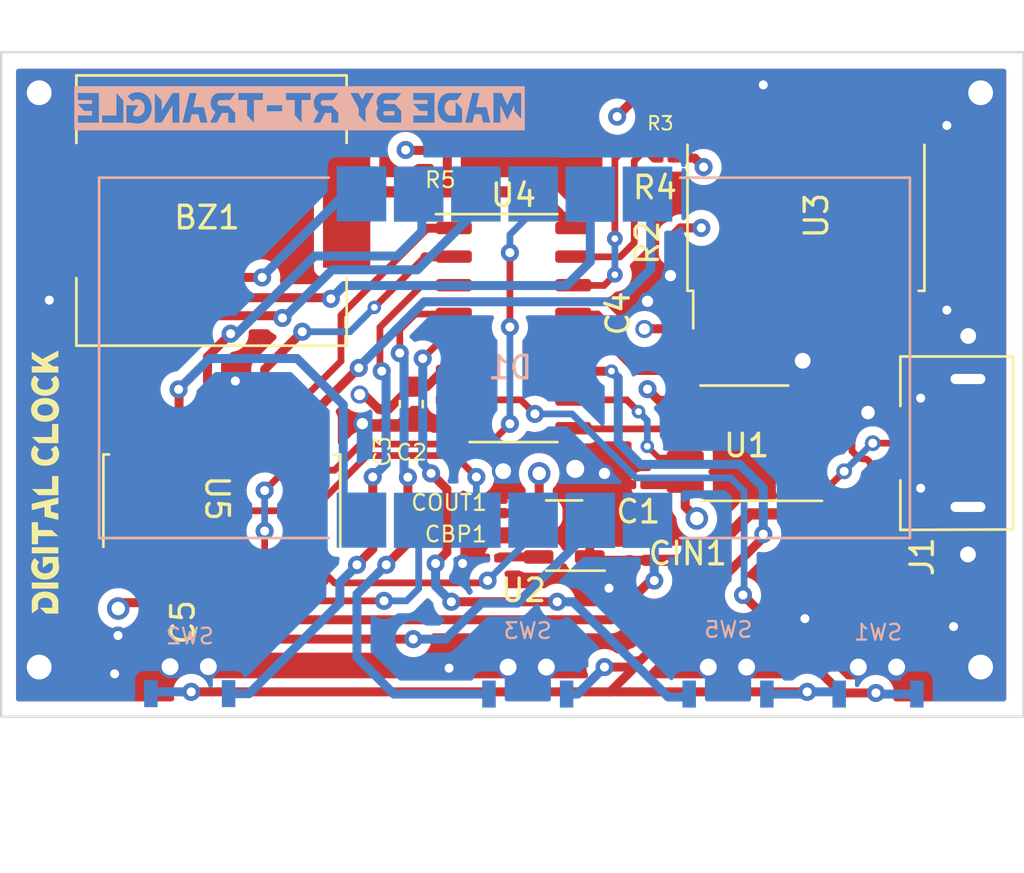
<source format=kicad_pcb>
(kicad_pcb (version 20211014) (generator pcbnew)
  (title_block (title "Digital  Clock") (date "2022-08-19") (rev "第七次修订") (company "Rt-trangel"))
  (layers (0 "F.Cu" signal) (1 "In1.Cu" power "GND.Cu") (2 "In2.Cu" power "POWER.Cu") (31 "B.Cu" signal) (34 "B.Paste" user) (35 "F.Paste" user) (36 "B.SilkS" user "B.Silkscreen") (37 "F.SilkS" user "F.Silkscreen") (38 "B.Mask" user) (39 "F.Mask" user) (44 "Edge.Cuts" user))
  (net 0 "")
  (net 1 "/P1.1")
  (net 2 "GND")
  (net 3 "VCC")
  (net 4 "Net-(CBP1-Pad1)")
  (net 5 "Net-(CIN1-Pad2)")
  (net 6 "/DIG1")
  (net 7 "/DIG4")
  (net 8 "/DIG2")
  (net 9 "/DIG3")
  (net 10 "/A")
  (net 11 "/B")
  (net 12 "/C")
  (net 13 "/D")
  (net 14 "/E")
  (net 15 "/F")
  (net 16 "/G")
  (net 17 "/DP")
  (net 18 "/UD-")
  (net 19 "/UD+")
  (net 20 "/~{INT2}")
  (net 21 "/P3.7")
  (net 22 "/P1.0")
  (net 23 "/P3.2")
  (net 24 "/P1.4")
  (net 25 "/P1.5")
  (net 26 "/P5.4")
  (net 27 "/RX")
  (net 28 "/TX")
  (net 29 "/P3.3")
  (net 30 "/P1.2")
  (net 31 "/P1.3")
  (net 32 "/P5.5")
  (footprint "Resistor_SMD:R_0201_0603Metric" (layer "F.Cu") (at 71.87 21.46)
    (fp_text reference "R3")
    (fp_text value "10K")
  )
  (footprint "Digital Clock:Buzzer1230" (layer "F.Cu") (at 52.75 30.93)
    (fp_text reference "BZ1")
    (fp_text value "Buzzer")
  )
  (footprint "Capacitor_SMD:C_0201_0603Metric" (layer "F.Cu") (at 50.01 44.16 -90)
    (fp_text reference "C5")
    (fp_text value "104")
  )
  (footprint "Capacitor_SMD:C_0201_0603Metric" (layer "F.Cu") (at 73.1 31.36 90)
    (fp_text reference "C4")
    (fp_text value "1uF")
  )
  (footprint "Capacitor_SMD:C_0201_0603Metric" (layer "F.Cu") (at 65.21 41.86 180)
    (fp_text reference "CBP1")
    (fp_text value "0.01uF")
  )
  (footprint "Package_TO_SOT_SMD:SOT-23-5" (layer "F.Cu") (at 68.41 40.86 180)
    (fp_text reference "U2")
    (fp_text value "SGM2028")
  )
  (footprint "Capacitor_SMD:C_0603_1608Metric" (layer "F.Cu") (at 61.62 35.025 90)
    (fp_text reference "C2")
    (fp_text value "47uF")
  )
  (footprint "Digital Clock:TM1650" (layer "F.Cu") (at 56.01 38.26 -90)
    (fp_text reference "U5")
    (fp_text value "TM1650")
  )
  (footprint "LOGO" (layer "F.Cu") (at 45.38 38.47 90)
    (fp_text reference "G2" hide)
    (fp_text value "LOGO" hide)
  )
  (footprint "Capacitor_SMD:C_0201_0603Metric" (layer "F.Cu") (at 65.7 39.545 -90)
    (fp_text reference "COUT1")
    (fp_text value "1uF")
  )
  (footprint "Resistor_SMD:R_0201_0603Metric" (layer "F.Cu") (at 72.91 24.1)
    (fp_text reference "R4")
    (fp_text value "10K")
  )
  (footprint "Digital Clock:USB" (layer "F.Cu") (at 86.2775 36.88 90)
    (fp_text reference "J1")
    (fp_text value "USB_B_Micro")
  )
  (footprint "Package_SO:STC_SOP-16_3.9x9.9mm_P1.27mm" (layer "F.Cu") (at 66.16 31.65)
    (fp_text reference "U4")
    (fp_text value "STC15W207S")
  )
  (footprint "Resistor_SMD:R_0201_0603Metric" (layer "F.Cu") (at 62.93 23.76)
    (fp_text reference "R5")
    (fp_text value "1650R")
  )
  (footprint "Capacitor_SMD:C_0201_0603Metric" (layer "F.Cu") (at 71.7 38.6 180)
    (fp_text reference "C1")
    (fp_text value "104")
  )
  (footprint "Capacitor_SMD:C_0201_0603Metric" (layer "F.Cu") (at 71.31 42.28 90)
    (fp_text reference "CIN1")
    (fp_text value "1uF")
  )
  (footprint "Package_SO:SOP-8_3.9x4.9mm_P1.27mm" (layer "F.Cu") (at 76.41 36.76 180)
    (fp_text reference "U1")
    (fp_text value "CH340N")
  )
  (footprint "Digital Clock:DS3231" (layer "F.Cu") (at 78.51 26.56 90)
    (fp_text reference "U3")
    (fp_text value "DS3231")
  )
  (footprint "Capacitor_SMD:C_0201_0603Metric" (layer "F.Cu") (at 60.37 35.575 90)
    (fp_text reference "C3")
    (fp_text value "0.1uF")
  )
  (footprint "Resistor_SMD:R_0201_0603Metric" (layer "F.Cu") (at 73.21 27.88 -90)
    (fp_text reference "R2")
    (fp_text value "10K")
  )
  (footprint "Digital Clock:Switch" (layer "B.Cu") (at 51.7 46.7 180)
    (fp_text reference "SW2")
    (fp_text value "SW_Push")
  )
  (footprint "Digital Clock:Switch" (layer "B.Cu") (at 75.6 46.72 180)
    (fp_text reference "SW5")
    (fp_text value "SW_Push")
  )
  (footprint "Digital Clock:Digital_tube" (layer "B.Cu") (at 67.56 26.49 180)
    (fp_text reference "D1")
    (fp_text value "Digital_tube")
  )
  (footprint "Digital Clock:Switch" (layer "B.Cu") (at 82.26 46.72 180)
    (fp_text reference "SW1")
    (fp_text value "SW_Push")
  )
  (footprint "Digital Clock:Switch" (layer "B.Cu") (at 66.71 46.72 180)
    (fp_text reference "SW3")
    (fp_text value "SW_Push")
  )
  (footprint "LOGO" (layer "B.Cu") (at 56.66 21.89 180)
    (fp_text reference "G1" hide)
    (fp_text value "LOGO" hide)
  )
  (gr_rect (start 43.41 19.4) (end 88.8 48.9) (layer "Edge.Cuts") (width 0.1) (fill none))
  (segment (start 58.4225 26.3475) (end 59.17 25.6) (width 0.5) (layer "F.Cu") (net 1))
  (segment (start 63.22 24) (end 63.22 25.575) (width 0.4) (layer "F.Cu") (net 1))
  (segment (start 68.71 27.11) (end 68.71 27.215) (width 0.5) (layer "F.Cu") (net 1))
  (segment (start 59.17 25.6) (end 67.2 25.6) (width 0.5) (layer "F.Cu") (net 1))
  (segment (start 67.2 25.6) (end 68.71 27.11) (width 0.5) (layer "F.Cu") (net 1))
  (segment (start 73.1 29.35) (end 73.13 29.32) (width 0.4) (layer "F.Cu") (net 2))
  (segment (start 69.5475 39.1475) (end 69.5475 39.91) (width 0.4) (layer "F.Cu") (net 2))
  (segment (start 83.6775 35.46) (end 83.6775 36.11) (width 0.4) (layer "F.Cu") (net 2))
  (segment (start 61.525 35.895) (end 61.62 35.8) (width 0.4) (layer "F.Cu") (net 2))
  (segment (start 79 33.1) (end 79.035 33.135) (width 0.4) (layer "F.Cu") (net 2))
  (segment (start 77.25 20.85) (end 77.245 20.855) (width 0.4) (layer "F.Cu") (net 2))
  (segment (start 85.4875 34.76) (end 86.3375 33.91) (width 0.4) (layer "F.Cu") (net 2))
  (segment (start 86.3375 32.0125) (end 86.3375 33.91) (width 0.4) (layer "F.Cu") (net 2))
  (segment (start 73.9 30.86) (end 73.1 30.06) (width 0.4) (layer "F.Cu") (net 2))
  (segment (start 70.7 38.6) (end 71.38 38.6) (width 0.4) (layer "F.Cu") (net 2))
  (segment (start 48.6 45.3) (end 49.19 45.3) (width 0.4) (layer "F.Cu") (net 2))
  (segment (start 53.81 34) (end 53.845 34.035) (width 0.5) (layer "F.Cu") (net 2))
  (segment (start 81.96 35.46) (end 83.6775 35.46) (width 0.4) (layer "F.Cu") (net 2))
  (segment (start 53.845 34.035) (end 53.845 36.36) (width 0.5) (layer "F.Cu") (net 2))
  (segment (start 78.515 22.61) (end 79.785 22.61) (width 0.4) (layer "F.Cu") (net 2))
  (segment (start 86.3375 41.70026) (end 86.337907 41.700667) (width 0.4) (layer "F.Cu") (net 2))
  (segment (start 79.035 36.125) (end 79.035 34.855) (width 0.4) (layer "F.Cu") (net 2))
  (segment (start 61.63 35.81) (end 62.33 35.81) (width 0.4) (layer "F.Cu") (net 2))
  (segment (start 82.32 30.86) (end 83.59 30.86) (width 0.4) (layer "F.Cu") (net 2))
  (segment (start 79.78 30.86) (end 81.05 30.86) (width 0.4) (layer "F.Cu") (net 2))
  (segment (start 85.39 30.86) (end 85.4 30.85) (width 0.4) (layer "F.Cu") (net 2))
  (segment (start 65.7 38) (end 65.7 39.225) (width 0.4) (layer "F.Cu") (net 2))
  (segment (start 86.3375 39.59) (end 86.3375 36.79) (width 0.4) (layer "F.Cu") (net 2))
  (segment (start 68.9 38.5) (end 69.5475 39.1475) (width 0.4) (layer "F.Cu") (net 2))
  (segment (start 86.3375 33.91) (end 86.3375 36.79) (width 0.4) (layer "F.Cu") (net 2))
  (segment (start 74.7 30.86) (end 73.9 30.86) (width 0.4) (layer "F.Cu") (net 2))
  (segment (start 79.785 22.61) (end 81.055 22.61) (width 0.4) (layer "F.Cu") (net 2))
  (segment (start 62.615 36.095) (end 63.51 36.095) (width 0.4) (layer "F.Cu") (net 2))
  (segment (start 86.35 32) (end 86.3375 32.0125) (width 0.4) (layer "F.Cu") (net 2))
  (segment (start 85.36 22.61) (end 85.4 22.65) (width 0.4) (layer "F.Cu") (net 2))
  (segment (start 59.455 35.895) (end 60.37 35.895) (width 0.4) (layer "F.Cu") (net 2))
  (segment (start 86.3375 39.59) (end 86.3375 41.70026) (width 0.4) (layer "F.Cu") (net 2))
  (segment (start 79.035 33.135) (end 79.035 34.855) (width 0.4) (layer "F.Cu") (net 2))
  (segment (start 83.59 30.86) (end 85.39 30.86) (width 0.4) (layer "F.Cu") (net 2))
  (segment (start 72.11 30.46) (end 72.52 30.46) (width 0.4) (layer "F.Cu") (net 2))
  (segment (start 82.325 22.61) (end 83.595 22.61) (width 0.4) (layer "F.Cu") (net 2))
  (segment (start 49.19 45.3) (end 50.01 44.48) (width 0.4) (layer "F.Cu") (net 2))
  (segment (start 60.37 35.895) (end 61.525 35.895) (width 0.4) (layer "F.Cu") (net 2))
  (segment (start 73.1 30.06) (end 73.1 29.35) (width 0.4) (layer "F.Cu") (net 2))
  (segment (start 72.52 30.46) (end 73.1 31.04) (width 0.4) (layer "F.Cu") (net 2))
  (segment (start 81.05 30.86) (end 82.32 30.86) (width 0.4) (layer "F.Cu") (net 2))
  (segment (start 46.4225 29.5275) (end 46.4225 26.3475) (width 0.4) (layer "F.Cu") (net 2))
  (segment (start 68.9 37.9) (end 68.9 38.5) (width 0.4) (layer "F.Cu") (net 2))
  (segment (start 70.2 38.1) (end 70.7 38.6) (width 0.4) (layer "F.Cu") (net 2))
  (segment (start 84.2375 38.76) (end 85.5075 38.76) (width 0.4) (layer "F.Cu") (net 2))
  (segment (start 45.55 30.4) (end 46.4225 29.5275) (width 0.4) (layer "F.Cu") (net 2))
  (segment (start 71 42.6) (end 70.4 43.2) (width 0.4) (layer "F.Cu") (net 2))
  (segment (start 63.9 42.1) (end 64.14 41.86) (width 0.4) (layer "F.Cu") (net 2))
  (segment (start 84.2375 34.76) (end 85.4875 34.76) (width 0.4) (layer "F.Cu") (net 2))
  (segment (start 59.45 35.89) (end 59.455 35.895) (width 0.4) (layer "F.Cu") (net 2))
  (segment (start 45.55 30.41) (end 45.55 30.4) (width 0.4) (layer "F.Cu") (net 2))
  (segment (start 62.33 35.81) (end 62.615 36.095) (width 0.4) (layer "F.Cu") (net 2))
  (segment (start 64.14 41.86) (end 64.89 41.86) (width 0.4) (layer "F.Cu") (net 2))
  (segment (start 61.62 35.8) (end 61.63 35.81) (width 0.4) (layer "F.Cu") (net 2))
  (segment (start 85.5075 38.76) (end 86.3375 39.59) (width 0.4) (layer "F.Cu") (net 2))
  (segment (start 83.595 22.61) (end 85.36 22.61) (width 0.4) (layer "F.Cu") (net 2))
  (segment (start 77.245 20.855) (end 77.245 22.61) (width 0.4) (layer "F.Cu") (net 2))
  (segment (start 81.055 22.61) (end 82.325 22.61) (width 0.4) (layer "F.Cu") (net 2))
  (segment (start 71.31 42.6) (end 71 42.6) (width 0.4) (layer "F.Cu") (net 2))
  (via (at 72.11 30.46) (size 0.8) (drill 0.5) (layers "F.Cu" "B.Cu") (net 2))
  (via (at 63.3 46.75) (size 0.8) (drill 0.4) (layers "F.Cu" "B.Cu") (net 2))
  (via (at 85.4 22.65) (size 0.8) (drill 0.4) (layers "F.Cu" "B.Cu") (net 2))
  (via (at 68.9 37.9) (size 1.2) (drill 0.8) (layers "F.Cu" "B.Cu") (net 2))
  (via (at 70.2 38.1) (size 0.8) (drill 0.5) (layers "F.Cu" "B.Cu") (net 2))
  (via (at 70.4 43.2) (size 0.8) (drill 0.4) (layers "F.Cu" "B.Cu") (net 2))
  (via (at 86.9 21.199999) (size 2) (drill 1.1) (layers "F.Cu" "B.Cu") (net 2))
  (via (at 45.55 30.41) (size 0.8) (drill 0.4) (layers "F.Cu" "B.Cu") (net 2))
  (via (at 48.45 47) (size 0.8) (drill 0.4) (layers "F.Cu" "B.Cu") (net 2))
  (via (at 79 33.1) (size 1.2) (drill 0.7) (layers "F.Cu" "B.Cu") (net 2))
  (via (at 81.9 35.4) (size 1) (drill 0.6) (layers "F.Cu" "B.Cu") (net 2))
  (via (at 79.1 44.55) (size 0.8) (drill 0.4) (layers "F.Cu" "B.Cu") (net 2))
  (via (at 85.7 44.9) (size 0.8) (drill 0.4) (layers "F.Cu" "B.Cu") (net 2))
  (via (at 63.9 42.1) (size 0.8) (drill 0.4) (layers "F.Cu" "B.Cu") (net 2))
  (via (at 48.6 45.3) (size 0.8) (drill 0.4) (layers "F.Cu" "B.Cu") (net 2))
  (via (at 86.35 32) (size 1.2) (drill 0.7) (layers "F.Cu" "B.Cu") (net 2))
  (via (at 86.337907 41.700667) (size 1.2) (drill 0.7) (layers "F.Cu" "B.Cu") (net 2))
  (via (at 45.1 46.7) (size 2) (drill 1.1) (layers "F.Cu" "B.Cu") (net 2))
  (via (at 65.7 38) (size 1) (drill 0.7) (layers "F.Cu" "B.Cu") (net 2))
  (via (at 59.45 35.89) (size 0.8) (drill 0.5) (layers "F.Cu" "B.Cu") (net 2))
  (via (at 73.13 29.32) (size 0.8) (drill 0.5) (layers "F.Cu" "B.Cu") (net 2))
  (via (at 86.9 46.7) (size 2) (drill 1.1) (layers "F.Cu" "B.Cu") (net 2))
  (via (at 45.1 21.2) (size 2) (drill 1.1) (layers "F.Cu" "B.Cu") (net 2))
  (via (at 53.81 34) (size 0.8) (drill 0.4) (layers "F.Cu" "B.Cu") (net 2))
  (via (at 85.4 30.85) (size 0.8) (drill 0.4) (layers "F.Cu" "B.Cu") (net 2))
  (via (at 77.25 20.85) (size 0.8) (drill 0.4) (layers "F.Cu" "B.Cu") (net 2))
  (segment (start 74.81 46.7) (end 76.51 46.7) (width 0.4) (layer "B.Cu") (net 2))
  (segment (start 76.51 46.7) (end 77.41 46.7) (width 0.4) (layer "B.Cu") (net 2))
  (segment (start 84.07 46.7) (end 84.71 46.06) (width 0.4) (layer "B.Cu") (net 2))
  (segment (start 64 46.05) (end 64.44 46.05) (width 0.4) (layer "B.Cu") (net 2))
  (segment (start 80.82 46.05) (end 81.47 46.7) (width 0.4) (layer "B.Cu") (net 2))
  (segment (start 67.62 46.7) (end 68.52 46.7) (width 0.4) (layer "B.Cu") (net 2))
  (segment (start 68.52 46.7) (end 69.16 46.06) (width 0.4) (layer "B.Cu") (net 2))
  (segment (start 49.43 46.03) (end 49.42 46.03) (width 0.4) (layer "B.Cu") (net 2))
  (segment (start 63.3 46.75) (end 64 46.05) (width 0.4) (layer "B.Cu") (net 2))
  (segment (start 49.43 46.03) (end 50.26 46.03) (width 0.4) (layer "B.Cu") (net 2))
  (segment (start 52.61 46.68) (end 52.67 46.68) (width 0.4) (layer "B.Cu") (net 2))
  (segment (start 78.05 45.6) (end 79.1 44.55) (width 0.4) (layer "B.Cu") (net 2))
  (segment (start 50.26 46.03) (end 50.91 46.68) (width 0.4) (layer "B.Cu") (net 2))
  (segment (start 78.05 46.06) (end 78.05 45.6) (width 0.4) (layer "B.Cu") (net 2))
  (segment (start 77.41 46.7) (end 78.05 46.06) (width 0.4) (layer "B.Cu") (net 2))
  (segment (start 50.91 46.68) (end 52.61 46.68) (width 0.4) (layer "B.Cu") (net 2))
  (segment (start 74.16 46.05) (end 74.81 46.7) (width 0.4) (layer "B.Cu") (net 2))
  (segment (start 52.67 46.68) (end 53.63 45.72) (width 0.4) (layer "B.Cu") (net 2))
  (segment (start 84.71 46.06) (end 84.71 45.89) (width 0.4) (layer "B.Cu") (net 2))
  (segment (start 64.44 46.05) (end 65.27 46.05) (width 0.4) (layer "B.Cu") (net 2))
  (segment (start 84.71 45.89) (end 85.7 44.9) (width 0.4) (layer "B.Cu") (net 2))
  (segment (start 67.62 46.7) (end 65.92 46.7) (width 0.4) (layer "B.Cu") (net 2))
  (segment (start 65.27 46.05) (end 65.92 46.7) (width 0.4) (layer "B.Cu") (net 2))
  (segment (start 73.33 46.05) (end 74.16 46.05) (width 0.4) (layer "B.Cu") (net 2))
  (segment (start 79.99 46.05) (end 80.82 46.05) (width 0.4) (layer "B.Cu") (net 2))
  (segment (start 83.17 46.7) (end 84.07 46.7) (width 0.4) (layer "B.Cu") (net 2))
  (segment (start 49.42 46.03) (end 48.45 47) (width 0.4) (layer "B.Cu") (net 2))
  (segment (start 81.47 46.7) (end 83.17 46.7) (width 0.4) (layer "B.Cu") (net 2))
  (segment (start 73.72 38.6) (end 73.785 38.665) (width 0.4) (layer "F.Cu") (net 3))
  (segment (start 65.7 39.865) (end 67.2275 39.865) (width 0.4) (layer "F.Cu") (net 3))
  (segment (start 61.39 23.76) (end 62.61 23.76) (width 0.4) (layer "F.Cu") (net 3))
  (segment (start 62.31 34.25) (end 61.62 34.25) (width 0.4) (layer "F.Cu") (net 3))
  (segment (start 59.52 34.6) (end 60.175 35.255) (width 0.4) (layer "F.Cu") (net 3))
  (segment (start 50.01 43.84) (end 50.01 42.28) (width 0.4) (layer "F.Cu") (net 3))
  (segment (start 70.76 22.26) (end 70.76 22.25) (width 0.4) (layer "F.Cu") (net 3))
  (segment (start 74.3 40.1) (end 73.785 39.585) (width 0.4) (layer "F.Cu") (net 3))
  (segment (start 67.2275 39.865) (end 67.2725 39.91) (width 0.4) (layer "F.Cu") (net 3))
  (segment (start 70.76 22.25) (end 71.51 21.5) (width 0.4) (layer "F.Cu") (net 3))
  (segment (start 75.27 32.43) (end 73.22 32.43) (width 0.4) (layer "F.Cu") (net 3))
  (segment (start 73.21 27.56) (end 73.57 27.2) (width 0.4) (layer "F.Cu") (net 3))
  (segment (start 75.97 31.73) (end 75.27 32.43) (width 0.4) (layer "F.Cu") (net 3))
  (segment (start 73.1 31.68) (end 71.98 31.68) (width 0.4) (layer "F.Cu") (net 3))
  (segment (start 73.785 39.585) (end 73.785 38.665) (width 0.4) (layer "F.Cu") (net 3))
  (segment (start 73.57 27.2) (end 74.5 27.2) (width 0.4) (layer "F.Cu") (net 3))
  (segment (start 60.37 35.255) (end 60.615 35.255) (width 0.4) (layer "F.Cu") (net 3))
  (segment (start 74.2 24.1) (end 74.6 24.5) (width 0.4) (layer "F.Cu") (net 3))
  (segment (start 60.175 35.255) (end 60.37 35.255) (width 0.4) (layer "F.Cu") (net 3))
  (segment (start 73.22 32.43) (end 73.1 32.31) (width 0.4) (layer "F.Cu") (net 3))
  (segment (start 48.61 44.1) (end 48.87 43.84) (width 0.4) (layer "F.Cu") (net 3))
  (segment (start 50.01 42.28) (end 50.03 42.26) (width 0.4) (layer "F.Cu") (net 3))
  (segment (start 61.37 23.74) (end 61.39 23.76) (width 0.4) (layer "F.Cu") (net 3))
  (segment (start 48.87 43.84) (end 50.01 43.84) (width 0.4) (layer "F.Cu") (net 3))
  (segment (start 59.33 34.6) (end 59.52 34.6) (width 0.4) (layer "F.Cu") (net 3))
  (segment (start 73.23 24.1) (end 74.2 24.1) (width 0.4) (layer "F.Cu") (net 3))
  (segment (start 75.97 31.73) (end 75.97 30.86) (width 0.4) (layer "F.Cu") (net 3))
  (segment (start 72.605 34.855) (end 73.785 34.855) (width 0.4) (layer "F.Cu") (net 3))
  (segment (start 73.1 32.31) (end 73.1 31.68) (width 0.4) (layer "F.Cu") (net 3))
  (segment (start 63.005 33.555) (end 62.31 34.25) (width 0.4) (layer "F.Cu") (net 3))
  (segment (start 60.615 35.255) (end 61.62 34.25) (width 0.4) (layer "F.Cu") (net 3))
  (segment (start 67.3 38.1) (end 67.3 39.8825) (width 0.4) (layer "F.Cu") (net 3))
  (segment (start 72.02 38.6) (end 73.72 38.6) (width 0.4) (layer "F.Cu") (net 3))
  (segment (start 72.11 34.36) (end 72.605 34.855) (width 0.4) (layer "F.Cu") (net 3))
  (segment (start 67.2025 39.84) (end 67.2725 39.91) (width 0.4) (layer "F.Cu") (net 3))
  (segment (start 67.3 39.8825) (end 67.2725 39.91) (width 0.4) (layer "F.Cu") (net 3))
  (segment (start 63.51 33.555) (end 63.005 33.555) (width 0.4) (layer "F.Cu") (net 3))
  (segment (start 71.98 31.68) (end 71.97 31.69) (width 0.4) (layer "F.Cu") (net 3))
  (via (at 48.61 44.1) (size 1) (drill 0.6) (layers "F.Cu" "B.Cu") (net 3))
  (via (at 72.11 34.36) (size 0.8) (drill 0.4) (layers "F.Cu" "B.Cu") (net 3))
  (via (at 74.5 27.2) (size 0.8) (drill 0.4) (layers "F.Cu" "B.Cu") (net 3))
  (via (at 59.33 34.6) (size 0.8) (drill 0.5) (layers "F.Cu" "B.Cu") (net 3))
  (via (at 71.97 31.69) (size 0.8) (drill 0.5) (layers "F.Cu" "B.Cu") (net 3))
  (via (at 70.76 22.26) (size 0.8) (drill 0.4) (layers "F.Cu" "B.Cu") (net 3))
  (via (at 67.3 38.1) (size 1) (drill 0.6) (layers "F.Cu" "B.Cu") (net 3))
  (via (at 74.6 24.5) (size 0.8) (drill 0.4) (layers "F.Cu" "B.Cu") (net 3))
  (via (at 74.3 40.1) (size 1) (drill 0.6) (layers "F.Cu" "B.Cu") (net 3))
  (via (at 61.37 23.74) (size 0.8) (drill 0.4) (layers "F.Cu" "B.Cu") (net 3))
  (segment (start 67.2725 41.81) (end 65.58 41.81) (width 0.4) (layer "F.Cu") (net 4))
  (segment (start 65.58 41.81) (end 65.53 41.86) (width 0.4) (layer "F.Cu") (net 4))
  (segment (start 74.59 41.96) (end 76.65 39.9) (width 0.5) (layer "F.Cu") (net 5))
  (segment (start 69.6975 41.96) (end 69.5475 41.81) (width 0.4) (layer "F.Cu") (net 5))
  (segment (start 69.5475 41.81) (end 69.5475 40.86) (width 0.4) (layer "F.Cu") (net 5))
  (segment (start 76.65 39.9) (end 80.85 39.9) (width 0.5) (layer "F.Cu") (net 5))
  (segment (start 72.01 41.96) (end 71.31 41.96) (width 0.4) (layer "F.Cu") (net 5))
  (segment (start 83.6775 38.06) (end 83.6775 38.1225) (width 0.4) (layer "F.Cu") (net 5))
  (segment (start 71.31 41.96) (end 69.6975 41.96) (width 0.4) (layer "F.Cu") (net 5))
  (segment (start 81.9 39.9) (end 80.85 39.9) (width 0.4) (layer "F.Cu") (net 5))
  (segment (start 83.6775 38.1225) (end 81.9 39.9) (width 0.4) (layer "F.Cu") (net 5))
  (segment (start 72.01 41.96) (end 74.59 41.96) (width 0.5) (layer "F.Cu") (net 5))
  (segment (start 57.66 35.05) (end 57.66 36.36) (width 0.4) (layer "F.Cu") (net 6))
  (segment (start 59.29 33.42) (end 57.66 35.05) (width 0.4) (layer "F.Cu") (net 6))
  (via (at 59.29 33.42) (size 0.8) (drill 0.4) (layers "F.Cu" "B.Cu") (net 6))
  (segment (start 62.19 30.48) (end 70.8 30.48) (width 0.4) (layer "B.Cu") (net 6))
  (segment (start 72.25 29.03) (end 72.25 25.73) (width 0.4) (layer "B.Cu") (net 6))
  (segment (start 70.8 30.48) (end 72.25 29.03) (width 0.4) (layer "B.Cu") (net 6))
  (segment (start 59.29 33.42) (end 59.29 33.38) (width 0.4) (layer "B.Cu") (net 6))
  (segment (start 59.29 33.38) (end 62.19 30.48) (width 0.4) (layer "B.Cu") (net 6))
  (segment (start 55.9 31.2) (end 55.8 31.1) (width 0.4) (layer "F.Cu") (net 7))
  (segment (start 52.79 31.1) (end 50.06 33.83) (width 0.4) (layer "F.Cu") (net 7))
  (segment (start 50.06 33.83) (end 50.06 36.36) (width 0.4) (layer "F.Cu") (net 7))
  (segment (start 55.8 31.1) (end 52.79 31.1) (width 0.4) (layer "F.Cu") (net 7))
  (via (at 55.9 31.2) (size 0.8) (drill 0.4) (layers "F.Cu" "B.Cu") (net 7))
  (segment (start 55.97 31.2) (end 58.11 29.06) (width 0.4) (layer "B.Cu") (net 7))
  (segment (start 55.9 31.2) (end 55.97 31.2) (width 0.4) (layer "B.Cu") (net 7))
  (segment (start 64.63 26.32) (end 64.63 25.725) (width 0.4) (layer "B.Cu") (net 7))
  (segment (start 61.89 29.06) (end 64.63 26.32) (width 0.4) (layer "B.Cu") (net 7))
  (segment (start 58.11 29.06) (end 61.89 29.06) (width 0.4) (layer "B.Cu") (net 7))
  (segment (start 53.6 31.9) (end 52.575 32.925) (width 0.4) (layer "F.Cu") (net 8))
  (segment (start 52.575 32.925) (end 52.575 36.36) (width 0.4) (layer "F.Cu") (net 8))
  (via (at 53.6 31.9) (size 0.8) (drill 0.4) (layers "F.Cu" "B.Cu") (net 8))
  (segment (start 53.6 31.9) (end 53.87 31.9) (width 0.4) (layer "B.Cu") (net 8))
  (segment (start 53.87 31.9) (end 57.32 28.45) (width 0.4) (layer "B.Cu") (net 8))
  (segment (start 62.09 27.355) (end 62.09 25.73) (width 0.4) (layer "B.Cu") (net 8))
  (segment (start 60.995 28.45) (end 62.09 27.355) (width 0.4) (layer "B.Cu") (net 8))
  (segment (start 57.32 28.45) (end 60.995 28.45) (width 0.4) (layer "B.Cu") (net 8))
  (segment (start 51.31 34.39) (end 51.29 34.37) (width 0.4) (layer "F.Cu") (net 9))
  (segment (start 51.31 36.355) (end 51.31 34.39) (width 0.4) (layer "F.Cu") (net 9))
  (segment (start 51.305 36.36) (end 51.31 36.355) (width 0.4) (layer "F.Cu") (net 9))
  (via (at 51.29 34.37) (size 0.8) (drill 0.4) (layers "F.Cu" "B.Cu") (net 9))
  (segment (start 58.6 39.255) (end 59.55 40.205) (width 0.4) (layer "B.Cu") (net 9))
  (segment (start 52.66 33) (end 56.55 33) (width 0.4) (layer "B.Cu") (net 9))
  (segment (start 58.6 35.05) (end 58.6 39.255) (width 0.4) (layer "B.Cu") (net 9))
  (segment (start 51.29 34.37) (end 52.66 33) (width 0.4) (layer "B.Cu") (net 9))
  (segment (start 56.55 33) (end 58.6 35.05) (width 0.4) (layer "B.Cu") (net 9))
  (segment (start 58 30.3) (end 52.48 30.3) (width 0.4) (layer "F.Cu") (net 10))
  (segment (start 58.05 30.35) (end 58 30.3) (width 0.4) (layer "F.Cu") (net 10))
  (segment (start 48.765 34.015) (end 48.765 36.36) (width 0.4) (layer "F.Cu") (net 10))
  (segment (start 52.48 30.3) (end 48.765 34.015) (width 0.4) (layer "F.Cu") (net 10))
  (via (at 58.05 30.35) (size 0.8) (drill 0.4) (layers "F.Cu" "B.Cu") (net 10))
  (segment (start 68.51 29.76) (end 69.57 28.7) (width 0.4) (layer "B.Cu") (net 10))
  (segment (start 69.57 28.7) (end 69.57 25.705) (width 0.4) (layer "B.Cu") (net 10))
  (segment (start 58.05 30.35) (end 58.64 29.76) (width 0.4) (layer "B.Cu") (net 10))
  (segment (start 58.64 29.76) (end 68.51 29.76) (width 0.4) (layer "B.Cu") (net 10))
  (segment (start 55 29.4) (end 52.36 29.4) (width 0.4) (layer "F.Cu") (net 11))
  (segment (start 52.36 29.4) (end 47.08 34.68) (width 0.4) (layer "F.Cu") (net 11))
  (segment (start 47.08 40.58) (end 48.76 42.26) (width 0.4) (layer "F.Cu") (net 11))
  (segment (start 47.08 34.68) (end 47.08 40.58) (width 0.4) (layer "F.Cu") (net 11))
  (via (at 55 29.4) (size 0.8) (drill 0.4) (layers "F.Cu" "B.Cu") (net 11))
  (segment (start 58.68 25.69) (end 59.41 25.69) (width 0.4) (layer "B.Cu") (net 11))
  (segment (start 55 29.37) (end 58.68 25.69) (width 0.4) (layer "B.Cu") (net 11))
  (segment (start 55 29.4) (end 55 29.37) (width 0.4) (layer "B.Cu") (net 11))
  (segment (start 64.51 38.26) (end 63.56 37.31) (width 0.3) (layer "F.Cu") (net 12))
  (segment (start 52.41 39.76) (end 51.3 40.87) (width 0.3) (layer "F.Cu") (net 12))
  (segment (start 63.56 37.31) (end 59.66 37.31) (width 0.3) (layer "F.Cu") (net 12))
  (segment (start 57.21 39.76) (end 52.41 39.76) (width 0.3) (layer "F.Cu") (net 12))
  (segment (start 59.66 37.31) (end 57.21 39.76) (width 0.3) (layer "F.Cu") (net 12))
  (segment (start 51.3 40.87) (end 51.3 42.26) (width 0.3) (layer "F.Cu") (net 12))
  (via (at 64.51 38.26) (size 0.8) (drill 0.4) (layers "F.Cu" "B.Cu") (net 12))
  (segment (start 64.51 40.16) (end 64.49 40.18) (width 0.3) (layer "B.Cu") (net 12))
  (segment (start 64.51 38.26) (end 64.51 40.16) (width 0.3) (layer "B.Cu") (net 12))
  (segment (start 52.57 43.12) (end 52.57 42.26) (width 0.4) (layer "F.Cu") (net 13))
  (segment (start 61.71 45.46) (end 54.91 45.46) (width 0.4) (layer "F.Cu") (net 13))
  (segment (start 54.91 45.46) (end 52.57 43.12) (width 0.4) (layer "F.Cu") (net 13))
  (via (at 61.71 45.46) (size 0.8) (drill 0.4) (layers "F.Cu" "B.Cu") (net 13))
  (segment (start 61.71 45.46) (end 63.14 45.46) (width 0.4) (layer "B.Cu") (net 13))
  (segment (start 66.34 43.86) (end 69.57 40.63) (width 0.4) (layer "B.Cu") (net 13))
  (segment (start 63.14 45.46) (end 64.74 43.86) (width 0.4) (layer "B.Cu") (net 13))
  (segment (start 64.74 43.86) (end 66.34 43.86) (width 0.4) (layer "B.Cu") (net 13))
  (segment (start 70.5 44.6) (end 55.15 44.6) (width 0.4) (layer "F.Cu") (net 14))
  (segment (start 72.24 42.86) (end 70.5 44.6) (width 0.4) (layer "F.Cu") (net 14))
  (segment (start 72.41 42.86) (end 72.24 42.86) (width 0.4) (layer "F.Cu") (net 14))
  (segment (start 55.15 44.6) (end 53.84 43.29) (width 0.4) (layer "F.Cu") (net 14))
  (segment (start 53.84 43.29) (end 53.84 42.26) (width 0.4) (layer "F.Cu") (net 14))
  (via (at 72.41 42.86) (size 0.8) (drill 0.4) (layers "F.Cu" "B.Cu") (net 14))
  (segment (start 72.41 42.86) (end 72.41 40.485) (width 0.4) (layer "B.Cu") (net 14))
  (segment (start 72.41 40.485) (end 72.11 40.185) (width 0.4) (layer "B.Cu") (net 14))
  (segment (start 66 28.3) (end 66 31.6) (width 0.3) (layer "F.Cu") (net 15))
  (segment (start 55.11 42.26) (end 55.11 40.66) (width 0.3) (layer "F.Cu") (net 15))
  (segment (start 66 35.9) (end 65.1 36.8) (width 0.3) (layer "F.Cu") (net 15))
  (segment (start 59.37 36.8) (end 58.21 37.96) (width 0.3) (layer "F.Cu") (net 15))
  (segment (start 65.1 36.8) (end 59.37 36.8) (width 0.3) (layer "F.Cu") (net 15))
  (segment (start 58.21 37.96) (end 56.01 37.96) (width 0.3) (layer "F.Cu") (net 15))
  (segment (start 56.01 37.96) (end 55.11 38.86) (width 0.3) (layer "F.Cu") (net 15))
  (via (at 66 28.3) (size 0.8) (drill 0.4) (layers "F.Cu" "B.Cu") (net 15))
  (via (at 66 31.6) (size 0.8) (drill 0.4) (layers "F.Cu" "B.Cu") (net 15))
  (via (at 55.11 38.86) (size 0.8) (drill 0.4) (layers "F.Cu" "B.Cu") (net 15))
  (via (at 55.11 40.66) (size 0.8) (drill 0.4) (layers "F.Cu" "B.Cu") (net 15))
  (via (at 66 35.9) (size 0.8) (drill 0.4) (layers "F.Cu" "B.Cu") (net 15))
  (segment (start 55.11 40.66) (end 55.11 38.86) (width 0.3) (layer "B.Cu") (net 15))
  (segment (start 67.03 26.47) (end 67.03 25.695) (width 0.3) (layer "B.Cu") (net 15))
  (segment (start 66 27.5) (end 67.03 26.47) (width 0.3) (layer "B.Cu") (net 15))
  (segment (start 66 28.3) (end 66 27.5) (width 0.3) (layer "B.Cu") (net 15))
  (segment (start 66 35.9) (end 66 31.6) (width 0.3) (layer "B.Cu") (net 15))
  (segment (start 60.41 43.76) (end 57.01 43.76) (width 0.3) (layer "F.Cu") (net 16))
  (segment (start 56.38 43.13) (end 56.38 42.26) (width 0.3) (layer "F.Cu") (net 16))
  (segment (start 57.01 43.76) (end 56.38 43.13) (width 0.3) (layer "F.Cu") (net 16))
  (via (at 60.41 43.76) (size 0.8) (drill 0.4) (layers "F.Cu" "B.Cu") (net 16))
  (segment (start 60.41 43.76) (end 61.41 43.76) (width 0.3) (layer "B.Cu") (net 16))
  (segment (start 61.95 43.22) (end 61.95 40.185) (width 0.3) (layer "B.Cu") (net 16))
  (segment (start 61.41 43.76) (end 61.95 43.22) (width 0.3) (layer "B.Cu") (net 16))
  (segment (start 64.91 42.96) (end 58.21 42.96) (width 0.3) (layer "F.Cu") (net 17))
  (segment (start 57.65 42.4) (end 57.65 42.26) (width 0.3) (layer "F.Cu") (net 17))
  (segment (start 65.01 42.86) (end 64.91 42.96) (width 0.3) (layer "F.Cu") (net 17))
  (segment (start 58.21 42.96) (end 57.65 42.4) (width 0.3) (layer "F.Cu") (net 17))
  (via (at 65.01 42.86) (size 0.8) (drill 0.4) (layers "F.Cu" "B.Cu") (net 17))
  (segment (start 65.01 42.86) (end 67.03 40.84) (width 0.3) (layer "B.Cu") (net 17))
  (segment (start 67.03 40.84) (end 67.03 40.18) (width 0.3) (layer "B.Cu") (net 17))
  (segment (start 80.35 36.79) (end 80.34 36.79) (width 0.3) (layer "F.Cu") (net 18))
  (segment (start 82.82 37.41) (end 82.61 37.62) (width 0.3) (layer "F.Cu") (net 18))
  (segment (start 81.71 37.45) (end 81.66 37.45) (width 0.3) (layer "F.Cu") (net 18))
  (segment (start 81.19 37.11014) (end 81.19 36.25) (width 0.3) (layer "F.Cu") (net 18))
  (segment (start 79.735 37.395) (end 79.035 37.395) (width 0.3) (layer "F.Cu") (net 18))
  (segment (start 82.61 37.62) (end 82.61 38.1) (width 0.3) (layer "F.Cu") (net 18))
  (segment (start 80.34 36.79) (end 79.735 37.395) (width 0.3) (layer "F.Cu") (net 18))
  (segment (start 80.592882 36.1909) (end 80.592882 36.547118) (width 0.3) (layer "F.Cu") (net 18))
  (segment (start 80.592882 36.547118) (end 80.35 36.79) (width 0.3) (layer "F.Cu") (net 18))
  (segment (start 82.01 38.1) (end 82.01 37.75) (width 0.3) (layer "F.Cu") (net 18))
  (segment (start 81.423468 37.343608) (end 81.19 37.11014) (width 0.3) (layer "F.Cu") (net 18))
  (segment (start 83.6775 37.41) (end 82.82 37.41) (width 0.3) (layer "F.Cu") (net 18))
  (arc (start 83.21 37.4) (mid 83.224645 37.435355) (end 83.26 37.45) (width 0.3) (layer "F.Cu") (net 18))
  (arc (start 81.66 37.45) (mid 81.530373 37.422806) (end 81.423468 37.343608) (width 0.3) (layer "F.Cu") (net 18))
  (arc (start 82.01 37.75) (mid 81.922132 37.537868) (end 81.71 37.45) (width 0.3) (layer "F.Cu") (net 18))
  (arc (start 81.19 36.25) (mid 81.102132 36.037868) (end 80.89 35.95) (width 0.3) (layer "F.Cu") (net 18))
  (arc (start 82.61 38.1) (mid 82.522132 38.312132) (end 82.31 38.4) (width 0.3) (layer "F.Cu") (net 18))
  (arc (start 82.31 38.4) (mid 82.097868 38.312132) (end 82.01 38.1) (width 0.3) (layer "F.Cu") (net 18))
  (arc (start 80.89 35.95) (mid 80.699682 36.018097) (end 80.592882 36.1909) (width 0.3) (layer "F.Cu") (net 18))
  (arc (start 83.16 37.35) (mid 83.195355 37.364645) (end 83.21 37.4) (width 0.3) (layer "F.Cu") (net 18))
  (segment (start 79.035 38.665) (end 80.185 38.665) (width 0.3) (layer "F.Cu") (net 19))
  (segment (start 80.185 38.665) (end 80.84 38.01) (width 0.3) (layer "F.Cu") (net 19))
  (segment (start 82.11 36.76) (end 83.6775 36.76) (width 0.3) (layer "F.Cu") (net 19))
  (via (at 82.11 36.76) (size 0.7) (drill 0.4) (layers "F.Cu" "B.Cu") (net 19))
  (via (at 80.84 38.01) (size 0.7) (drill 0.4) (layers "F.Cu" "B.Cu") (net 19))
  (segment (start 82.09 36.76) (end 82.11 36.76) (width 0.3) (layer "B.Cu") (net 19))
  (segment (start 80.84 38.01) (end 82.09 36.76) (width 0.3) (layer "B.Cu") (net 19))
  (segment (start 77.24 30.86) (end 77.24 31.27) (width 0.3) (layer "F.Cu") (net 20))
  (segment (start 71.92 33.04) (end 69.905 31.025) (width 0.3) (layer "F.Cu") (net 20))
  (segment (start 69.905 31.025) (end 68.71 31.025) (width 0.3) (layer "F.Cu") (net 20))
  (segment (start 77.24 29.44) (end 77.24 30.86) (width 0.4) (layer "F.Cu") (net 20))
  (segment (start 76 28.2) (end 77.24 29.44) (width 0.4) (layer "F.Cu") (net 20))
  (segment (start 77.24 31.27) (end 75.47 33.04) (width 0.3) (layer "F.Cu") (net 20))
  (segment (start 73.21 28.2) (end 76 28.2) (width 0.4) (layer "F.Cu") (net 20))
  (segment (start 75.47 33.04) (end 71.92 33.04) (width 0.3) (layer "F.Cu") (net 20))
  (segment (start 70.185 29.755) (end 68.71 29.755) (width 0.3) (layer "F.Cu") (net 21))
  (segment (start 75.975 21.945) (end 75.975 22.61) (width 0.3) (layer "F.Cu") (net 21))
  (segment (start 73.74 21.06) (end 75.09 21.06) (width 0.3) (layer "F.Cu") (net 21))
  (segment (start 73.34 21.46) (end 73.35 21.45) (width 0.3) (layer "F.Cu") (net 21))
  (segment (start 70.66 27.68) (end 70.66 24.14) (width 0.3) (layer "F.Cu") (net 21))
  (segment (start 70.66 24.14) (end 73.35 21.45) (width 0.3) (layer "F.Cu") (net 21))
  (segment (start 73.35 21.45) (end 73.74 21.06) (width 0.3) (layer "F.Cu") (net 21))
  (segment (start 70.66 29.28) (end 70.185 29.755) (width 0.3) (layer "F.Cu") (net 21))
  (segment (start 75.09 21.06) (end 75.975 21.945) (width 0.3) (layer "F.Cu") (net 21))
  (segment (start 72.19 21.46) (end 73.34 21.46) (width 0.3) (layer "F.Cu") (net 21))
  (via (at 70.66 29.28) (size 0.7) (drill 0.3) (layers "F.Cu" "B.Cu") (net 21))
  (via (at 70.66 27.68) (size 0.7) (drill 0.3) (layers "F.Cu" "B.Cu") (net 21))
  (segment (start 70.66 27.68) (end 70.66 29.28) (width 0.3) (layer "B.Cu") (net 21))
  (segment (start 72.05 23.7) (end 71.52 24.23) (width 0.3) (layer "F.Cu") (net 22))
  (segment (start 72.42 24.1) (end 72.05 23.73) (width 0.4) (layer "F.Cu") (net 22))
  (segment (start 73.14 22.61) (end 72.05 23.7) (width 0.3) (layer "F.Cu") (net 22))
  (segment (start 72.05 23.73) (end 72.05 23.7) (width 0.3) (layer "F.Cu") (net 22))
  (segment (start 71.52 27.86) (end 70.895 28.485) (width 0.3) (layer "F.Cu") (net 22))
  (segment (start 70.895 28.485) (end 68.71 28.485) (width 0.3) (layer "F.Cu") (net 22))
  (segment (start 74.705 22.61) (end 73.14 22.61) (width 0.3) (layer "F.Cu") (net 22))
  (segment (start 71.52 24.23) (end 71.52 27.86) (width 0.3) (layer "F.Cu") (net 22))
  (segment (start 72.59 24.1) (end 72.42 24.1) (width 0.4) (layer "F.Cu") (net 22))
  (segment (start 77.25 40.8) (end 77.25 40.95) (width 0.4) (layer "F.Cu") (net 23))
  (segment (start 70.45 47.8) (end 79.2 47.8) (width 0.4) (layer "F.Cu") (net 23))
  (segment (start 51.85 47.8) (end 70.45 47.8) (width 0.4) (layer "F.Cu") (net 23))
  (segment (start 71.35 46.7) (end 71.625 46.425) (width 0.4) (layer "F.Cu") (net 23))
  (segment (start 70.2 46.7) (end 71.35 46.7) (width 0.4) (layer "F.Cu") (net 23))
  (segment (start 71.775 46.425) (end 71.625 46.425) (width 0.4) (layer "F.Cu") (net 23))
  (segment (start 77.25 40.95) (end 71.775 46.425) (width 0.4) (layer "F.Cu") (net 23))
  (segment (start 70.51 33.56) (end 70.505 33.565) (width 0.4) (layer "F.Cu") (net 23))
  (segment (start 70.45 47.8) (end 71.625 46.625) (width 0.4) (layer "F.Cu") (net 23))
  (segment (start 70.505 33.565) (end 68.71 33.565) (width 0.4) (layer "F.Cu") (net 23))
  (segment (start 71.625 46.625) (end 71.625 46.425) (width 0.4) (layer "F.Cu") (net 23))
  (via (at 77.25 40.8) (size 0.8) (drill 0.4) (layers "F.Cu" "B.Cu") (net 23))
  (via (at 51.85 47.8) (size 0.8) (drill 0.4) (layers "F.Cu" "B.Cu") (net 23))
  (via (at 70.51 33.56) (size 0.6) (drill 0.3) (layers "F.Cu" "B.Cu") (net 23))
  (via (at 79.2 47.8) (size 0.8) (drill 0.4) (layers "F.Cu" "B.Cu") (net 23))
  (via (at 70.2 46.7) (size 0.8) (drill 0.4) (layers "F.Cu" "B.Cu") (net 23))
  (segment (start 79.2 47.8) (end 80.52 47.8) (width 0.4) (layer "B.Cu") (net 23))
  (segment (start 76.2 37.7) (end 71.8 37.7) (width 0.4) (layer "B.Cu") (net 23))
  (segment (start 71.8 37.7) (end 70.81 36.71) (width 0.4) (layer "B.Cu") (net 23))
  (segment (start 77.25 38.75) (end 76.2 37.7) (width 0.4) (layer "B.Cu") (net 23))
  (segment (start 70.81 33.86) (end 70.51 33.56) (width 0.4) (layer "B.Cu") (net 23))
  (segment (start 77.25 40.8) (end 77.25 38.75) (width 0.4) (layer "B.Cu") (net 23))
  (segment (start 70.2 46.7) (end 69 47.9) (width 0.4) (layer "B.Cu") (net 23))
  (segment (start 50.14 47.8) (end 51.85 47.8) (width 0.4) (layer "B.Cu") (net 23))
  (segment (start 69 47.9) (end 68.52 47.9) (width 0.4) (layer "B.Cu") (net 23))
  (segment (start 79.1 47.9) (end 79.2 47.8) (width 0.4) (layer "B.Cu") (net 23))
  (segment (start 80.52 47.8) (end 80.62 47.9) (width 0.4) (layer "B.Cu") (net 23))
  (segment (start 77.41 47.9) (end 79.1 47.9) (width 0.4) (layer "B.Cu") (net 23))
  (segment (start 50.14 47.8) (end 50.06 47.88) (width 0.4) (layer "B.Cu") (net 23))
  (segment (start 70.81 36.71) (end 70.81 33.86) (width 0.4) (layer "B.Cu") (net 23))
  (segment (start 60.23 33.71) (end 60.31 33.63) (width 0.4) (layer "F.Cu") (net 24))
  (segment (start 63.71 29.755) (end 62.085 29.755) (width 0.3) (layer "F.Cu") (net 24))
  (segment (start 60.31 33.63) (end 60.31 33.56) (width 0.4) (layer "F.Cu") (net 24))
  (segment (start 60.23 31.61) (end 60.23 33.71) (width 0.3) (layer "F.Cu") (net 24))
  (segment (start 59.91 41.46) (end 59.21 42.16) (width 0.4) (layer "F.Cu") (net 24))
  (segment (start 62.085 29.755) (end 60.23 31.61) (width 0.3) (layer "F.Cu") (net 24))
  (segment (start 59.91 38.26) (end 59.91 41.46) (width 0.4) (layer "F.Cu") (net 24))
  (via (at 59.21 42.16) (size 0.8) (drill 0.4) (layers "F.Cu" "B.Cu") (net 24))
  (via (at 60.31 33.56) (size 0.8) (drill 0.4) (layers "F.Cu" "B.Cu") (net 24))
  (via (at 59.91 38.26) (size 0.8) (drill 0.4) (layers "F.Cu" "B.Cu") (net 24))
  (segment (start 59.21 42.16) (end 59.21 42.19) (width 0.4) (layer "B.Cu") (net 24))
  (segment (start 54.42 47.88) (end 53.51 47.88) (width 0.4) (layer "B.Cu") (net 24))
  (segment (start 60.5 37.67) (end 60.5 33.75) (width 0.4) (layer "B.Cu") (net 24))
  (segment (start 59.21 42.19) (end 58.45 42.95) (width 0.4) (layer "B.Cu") (net 24))
  (segment (start 59.91 38.26) (end 60.5 37.67) (width 0.4) (layer "B.Cu") (net 24))
  (segment (start 58.45 43.85) (end 54.42 47.88) (width 0.4) (layer "B.Cu") (net 24))
  (segment (start 58.45 42.95) (end 58.45 43.85) (width 0.4) (layer "B.Cu") (net 24))
  (segment (start 60.5 33.75) (end 60.31 33.56) (width 0.4) (layer "B.Cu") (net 24))
  (segment (start 61.11 32.71) (end 61.02 32.8) (width 0.3) (layer "F.Cu") (net 25))
  (segment (start 63.71 31.025) (end 61.805 31.025) (width 0.3) (layer "F.Cu") (net 25))
  (segment (start 61.47 38.27) (end 61.47 41.2) (width 0.4) (layer "F.Cu") (net 25))
  (segment (start 61.11 31.72) (end 61.11 32.71) (width 0.3) (layer "F.Cu") (net 25))
  (segment (start 61.11 32.76) (end 61.06 32.76) (width 0.4) (layer "F.Cu") (net 25))
  (segment (start 61.47 41.2) (end 60.51 42.16) (width 0.4) (layer "F.Cu") (net 25))
  (segment (start 61.06 32.76) (end 61.02 32.8) (width 0.4) (layer "F.Cu") (net 25))
  (segment (start 61.805 31.025) (end 61.11 31.72) (width 0.3) (layer "F.Cu") (net 25))
  (via (at 61.47 38.27) (size 0.8) (drill 0.4) (layers "F.Cu" "B.Cu") (net 25))
  (via (at 60.51 42.16) (size 0.8) (drill 0.4) (layers "F.Cu" "B.Cu") (net 25))
  (via (at 61.11 32.76) (size 0.8) (drill 0.4) (layers "F.Cu" "B.Cu") (net 25))
  (segment (start 61.3 32.95) (end 61.3 38.1) (width 0.4) (layer "B.Cu") (net 25))
  (segment (start 59.21 43.46) (end 59.21 46.26) (width 0.4) (layer "B.Cu") (net 25))
  (segment (start 61.11 32.76) (end 61.3 32.95) (width 0.4) (layer "B.Cu") (net 25))
  (segment (start 59.21 46.26) (end 60.85 47.9) (width 0.4) (layer "B.Cu") (net 25))
  (segment (start 60.85 47.9) (end 65.07 47.9) (width 0.4) (layer "B.Cu") (net 25))
  (segment (start 60.51 42.16) (end 59.21 43.46) (width 0.4) (layer "B.Cu") (net 25))
  (segment (start 61.3 38.1) (end 61.47 38.27) (width 0.4) (layer "B.Cu") (net 25))
  (segment (start 63.2 41.6) (end 62.7 42.1) (width 0.4) (layer "F.Cu") (net 26))
  (segment (start 68.1 43.8) (end 63.4 43.8) (width 0.4) (layer "F.Cu") (net 26))
  (segment (start 63.71 32.295) (end 62.835 32.295) (width 0.3) (layer "F.Cu") (net 26))
  (segment (start 63.2 38.8) (end 63.2 41.6) (width 0.4) (layer "F.Cu") (net 26))
  (segment (start 62.835 32.295) (end 62.13 33) (width 0.3) (layer "F.Cu") (net 26))
  (segment (start 62.5 38.1) (end 63.2 38.8) (width 0.4) (layer "F.Cu") (net 26))
  (via (at 62.5 38.1) (size 0.8) (drill 0.4) (layers "F.Cu" "B.Cu") (net 26))
  (via (at 62.13 33) (size 0.8) (drill 0.4) (layers "F.Cu" "B.Cu") (net 26))
  (via (at 68.1 43.8) (size 0.8) (drill 0.4) (layers "F.Cu" "B.Cu") (net 26))
  (via (at 63.4 43.8) (size 0.8) (drill 0.4) (layers "F.Cu" "B.Cu") (net 26))
  (via (at 62.7 42.1) (size 0.8) (drill 0.4) (layers "F.Cu" "B.Cu") (net 26))
  (segment (start 68.1 43.8) (end 68.8 43.8) (width 0.4) (layer "B.Cu") (net 26))
  (segment (start 62.5 38.1) (end 62.5 38.03) (width 0.4) (layer "B.Cu") (net 26))
  (segment (start 63.4 43.8) (end 62.7 43.1) (width 0.4) (layer "B.Cu") (net 26))
  (segment (start 62.5 38.03) (end 62.13 37.66) (width 0.4) (layer "B.Cu") (net 26))
  (segment (start 68.8 43.8) (end 73.03 48.03) (width 0.4) (layer "B.Cu") (net 26))
  (segment (start 73.03 48.03) (end 73.96 48.03) (width 0.4) (layer "B.Cu") (net 26))
  (segment (start 62.7 43.1) (end 62.7 42.1) (width 0.4) (layer "B.Cu") (net 26))
  (segment (start 62.13 37.66) (end 62.13 33) (width 0.4) (layer "B.Cu") (net 26))
  (segment (start 73.785 36.125) (end 69.63 36.125) (width 0.3) (layer "F.Cu") (net 27))
  (segment (start 69.63 36.125) (end 69.61 36.105) (width 0.3) (layer "F.Cu") (net 27))
  (segment (start 72.595 37.395) (end 72.1 36.9) (width 0.25) (layer "F.Cu") (net 28))
  (segment (start 71.185 34.835) (end 69.61 34.835) (width 0.3) (layer "F.Cu") (net 28))
  (segment (start 73.785 37.395) (end 72.595 37.395) (width 0.25) (layer "F.Cu") (net 28))
  (segment (start 71.71 35.36) (end 71.185 34.835) (width 0.3) (layer "F.Cu") (net 28))
  (via (at 71.71 35.36) (size 0.6) (drill 0.3) (layers "F.Cu" "B.Cu") (net 28))
  (via (at 72.1 36.9) (size 0.6) (drill 0.3) (layers "F.Cu" "B.Cu") (net 28))
  (segment (start 72.1 35.75) (end 71.71 35.36) (width 0.3) (layer "B.Cu") (net 28))
  (segment (start 72.1 36.9) (end 72.1 35.75) (width 0.3) (layer "B.Cu") (net 28))
  (segment (start 68.71 32.295) (end 70.335 32.295) (width 0.3) (layer "F.Cu") (net 29))
  (segment (start 78.51 31.19) (end 78.51 30.86) (width 0.3) (layer "F.Cu") (net 29))
  (segment (start 70.335 32.295) (end 71.62 33.58) (width 0.3) (layer "F.Cu") (net 29))
  (segment (start 76.12 33.58) (end 78.51 31.19) (width 0.3) (layer "F.Cu") (net 29))
  (segment (start 71.62 33.58) (end 76.12 33.58) (width 0.3) (layer "F.Cu") (net 29))
  (segment (start 58.5 33.12) (end 56.385 35.235) (width 0.3) (layer "F.Cu") (net 30))
  (segment (start 63.71 27.215) (end 62.365 27.215) (width 0.4) (layer "F.Cu") (net 30))
  (segment (start 62.365 27.215) (end 58.5 31.08) (width 0.3) (layer "F.Cu") (net 30))
  (segment (start 56.385 35.235) (end 56.385 35.605) (width 0.3) (layer "F.Cu") (net 30))
  (segment (start 56.385 35.605) (end 56.385 36.36) (width 0.4) (layer "F.Cu") (net 30))
  (segment (start 58.5 31.08) (end 58.5 33.12) (width 0.3) (layer "F.Cu") (net 30))
  (segment (start 59.98 30.73) (end 62.225 28.485) (width 0.3) (layer "F.Cu") (net 31))
  (segment (start 55.115 33.475) (end 55.115 36.36) (width 0.4) (layer "F.Cu") (net 31))
  (segment (start 62.225 28.485) (end 63.71 28.485) (width 0.4) (layer "F.Cu") (net 31))
  (segment (start 56.78 31.81) (end 55.115 33.475) (width 0.4) (layer "F.Cu") (net 31))
  (via (at 59.98 30.73) (size 0.6) (drill 0.3) (layers "F.Cu" "B.Cu") (net 31))
  (via (at 56.78 31.81) (size 0.8) (drill 0.4) (layers "F.Cu" "B.Cu") (net 31))
  (segment (start 56.78 31.81) (end 58.9 31.81) (width 0.3) (layer "B.Cu") (net 31))
  (segment (start 58.9 31.81) (end 59.98 30.73) (width 0.3) (layer "B.Cu") (net 31))
  (segment (start 82.25 47.85) (end 80.7 47.85) (width 0.4) (layer "F.Cu") (net 32))
  (segment (start 66.485 34.835) (end 63.71 34.835) (width 0.3) (layer "F.Cu") (net 32))
  (segment (start 67.11 35.46) (end 66.485 34.835) (width 0.3) (layer "F.Cu") (net 32))
  (segment (start 80.7 47.85) (end 76.35 43.5) (width 0.4) (layer "F.Cu") (net 32))
  (via (at 67.11 35.46) (size 0.8) (drill 0.4) (layers "F.Cu" "B.Cu") (net 32))
  (via (at 82.25 47.85) (size 0.8) (drill 0.4) (layers "F.Cu" "B.Cu") (net 32))
  (via (at 76.35 43.5) (size 0.8) (drill 0.4) (layers "F.Cu" "B.Cu") (net 32))
  (segment (start 84.07 47.9) (end 82.3 47.9) (width 0.4) (layer "B.Cu") (net 32))
  (segment (start 76.4 43.45) (end 76.35 43.5) (width 0.3) (layer "B.Cu") (net 32))
  (segment (start 68.76 35.46) (end 71.6 38.3) (width 0.3) (layer "B.Cu") (net 32))
  (segment (start 75.8 38.3) (end 76.4 38.9) (width 0.3) (layer "B.Cu") (net 32))
  (segment (start 67.11 35.46) (end 68.76 35.46) (width 0.3) (layer "B.Cu") (net 32))
  (segment (start 76.4 38.9) (end 76.4 43.45) (width 0.3) (layer "B.Cu") (net 32))
  (segment (start 71.6 38.3) (end 75.8 38.3) (width 0.3) (layer "B.Cu") (net 32))
  (segment (start 82.3 47.9) (end 82.25 47.85) (width 0.4) (layer "B.Cu") (net 32))
  (zone (net 2) (net_name "GND") (layer "F.Cu") (name "POWER") (connect_pads yes (clearance 0.4)) (min_thickness 0.254) (fill yes (thermal_gap 0.508) (thermal_bridge_width 0.508))
    (polygon (pts (xy 88.3 48.4) (xy 44.001647 48.400001) (xy 44.011647 19.960001) (xy 88.31 19.96)))
  )
  (zone (net 2) (net_name "GND") (layer "B.Cu") (name "POWER") (connect_pads yes (clearance 0.4)) (min_thickness 0.2) (fill yes (thermal_gap 0.508) (thermal_bridge_width 0.508))
    (polygon (pts (xy 88.3 48.4) (xy 44 48.4) (xy 44.01 19.96) (xy 88.31 19.96)))
  )
)
</source>
